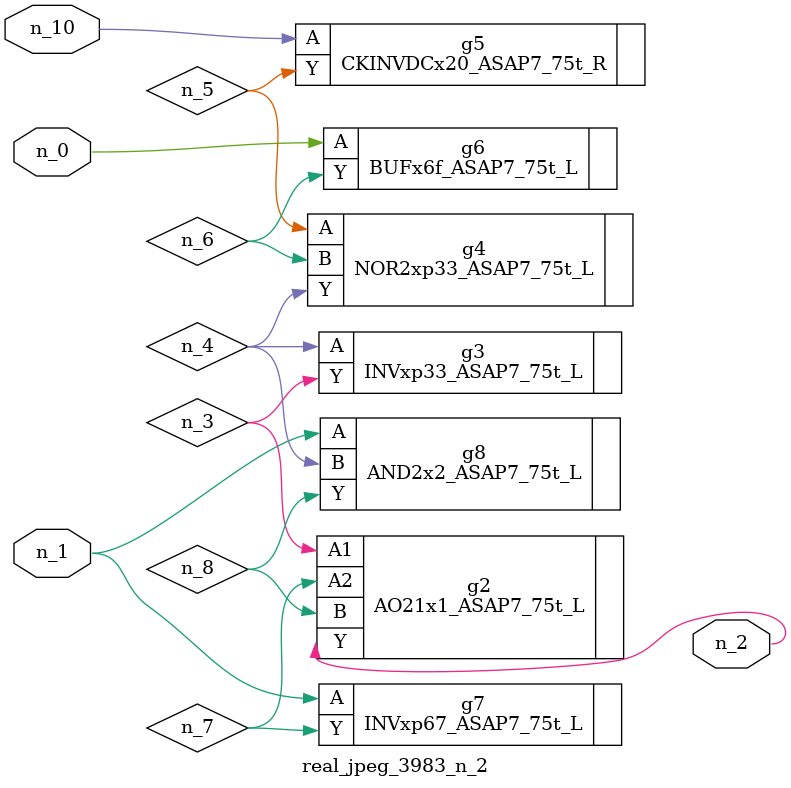
<source format=v>
module real_jpeg_3983_n_2 (n_1, n_10, n_0, n_2);

input n_1;
input n_10;
input n_0;

output n_2;

wire n_5;
wire n_4;
wire n_8;
wire n_6;
wire n_7;
wire n_3;

BUFx6f_ASAP7_75t_L g6 ( 
.A(n_0),
.Y(n_6)
);

INVxp67_ASAP7_75t_L g7 ( 
.A(n_1),
.Y(n_7)
);

AND2x2_ASAP7_75t_L g8 ( 
.A(n_1),
.B(n_4),
.Y(n_8)
);

AO21x1_ASAP7_75t_L g2 ( 
.A1(n_3),
.A2(n_7),
.B(n_8),
.Y(n_2)
);

INVxp33_ASAP7_75t_L g3 ( 
.A(n_4),
.Y(n_3)
);

NOR2xp33_ASAP7_75t_L g4 ( 
.A(n_5),
.B(n_6),
.Y(n_4)
);

CKINVDCx20_ASAP7_75t_R g5 ( 
.A(n_10),
.Y(n_5)
);


endmodule
</source>
